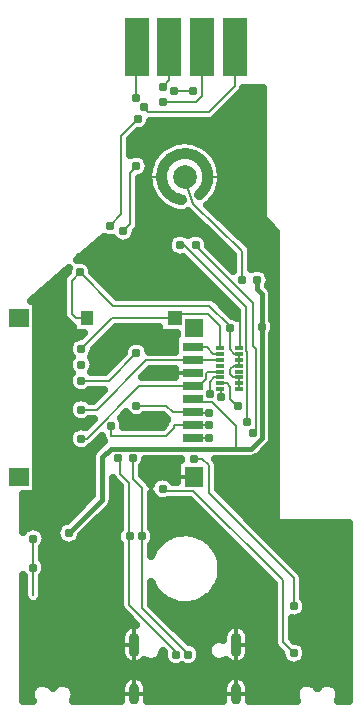
<source format=gbr>
G04 DipTrace 5.1.0.3*
G04 2 - Bottom.gbr*
%MOIN*%
G04 #@! TF.FileFunction,Copper,L2,Bot*
G04 #@! TF.Part,Single*
G04 #@! TA.AperFunction,Conductor*
%ADD15C,0.007874*%
%ADD16C,0.015748*%
G04 #@! TA.AperFunction,CopperBalancing*
%ADD17C,0.025*%
%ADD18C,0.012992*%
G04 #@! TA.AperFunction,Nonconductor*
%ADD21C,0.035433*%
G04 #@! TA.AperFunction,ComponentPad*
%ADD28O,0.035433X0.070866*%
%ADD29O,0.035433X0.082677*%
%ADD30R,0.066929X0.029528*%
%ADD31R,0.059055X0.066929*%
%ADD32R,0.051181X0.051181*%
%ADD33R,0.03937X0.051181*%
%ADD34R,0.059055X0.062992*%
%ADD35R,0.066929X0.059055*%
%ADD36R,0.07874X0.19685*%
%ADD37R,0.027559X0.011811*%
%ADD41C,0.07874*%
%ADD42C,0.027559*%
G04 #@! TA.AperFunction,ViaPad*
%ADD47C,0.031*%
%FSLAX26Y26*%
G04*
G70*
G90*
G75*
G01*
G04 Bottom*
%LPD*%
X906201Y2424950D2*
D15*
X1018701D1*
X1037470Y2443719D1*
Y2608682D1*
X818701Y2437450D2*
Y2608024D1*
X819360Y2608682D1*
X943701Y2462450D2*
X1006201D1*
X1271808Y1831199D2*
Y1959343D1*
X1173671Y2057480D1*
Y2174344D1*
Y2362844D1*
X1117654D1*
X631201Y1906199D2*
X681201D1*
X721702Y1865698D1*
X821949D1*
X856201Y1899950D1*
Y2174692D1*
Y2331201D1*
X887844Y2362844D1*
X1117654D1*
X811262Y615748D2*
Y529756D1*
Y525344D1*
Y451181D1*
X1151420Y615748D2*
Y525344D1*
Y521776D1*
Y451181D1*
X460604Y565957D2*
X631201D1*
X673235D1*
X709436Y529756D1*
X811262D1*
Y525344D2*
X1151420D1*
Y521776D2*
X1365526D1*
X1387450Y543699D1*
Y908182D1*
X1271530Y1024102D1*
X631201Y899950D2*
Y565957D1*
X903530Y2174692D2*
X856201D1*
X1056386Y2174344D2*
X1173671D1*
X631201Y1906199D2*
X767535Y1769865D1*
X1087751D1*
X1164192Y1693424D1*
Y1608613D1*
X1160211Y1604633D1*
X1007077Y1519556D2*
X852840D1*
X852552Y1519844D1*
X910335Y1232262D2*
Y1197105D1*
X930512Y1176928D1*
X1007186D1*
X1011014Y1173100D1*
X906398Y1135580D2*
Y1128862D1*
X1008539D1*
X1306201Y831201D1*
Y624950D1*
X1343701Y587450D1*
X1097224Y1466835D2*
X1101005D1*
Y1445433D1*
X1100109Y1444537D1*
Y1442549D1*
X1060252Y1347749D2*
X1008499D1*
X1007077Y1346328D1*
X943597D1*
Y1337346D1*
X918701Y1312450D1*
X733766D1*
Y1346092D1*
X1097223Y1506205D2*
X1078829D1*
X1065056Y1492432D1*
Y1451719D1*
X1063878Y1450541D1*
X1062450Y1387450D2*
X1030672D1*
X1027701Y1390421D1*
X1007864D1*
X1007077Y1389635D1*
X941516D1*
X918701Y1412450D1*
X818701D1*
X634744Y1495282D2*
X726533D1*
X818701Y1587450D1*
X474951Y968699D2*
X474768D1*
Y780362D1*
X473735Y781395D1*
Y872407D1*
X1097220Y1565260D2*
X1009474D1*
X1007077Y1562864D1*
X851783D1*
X687845Y1398925D1*
X655409D1*
X655319Y1399016D1*
X634744D1*
X1010236Y1234290D2*
X1039178D1*
X1060017Y1213451D1*
Y1121134D1*
X1343701Y837450D1*
Y743699D1*
X1097222Y1525890D2*
X1057739D1*
X1052364Y1520514D1*
Y1501749D1*
X1037243Y1486629D1*
X1017457D1*
X1007077Y1476249D1*
X634744Y1302059D2*
X653659D1*
X827849Y1476249D1*
X1007077D1*
X964573Y1947190D2*
X978357D1*
X1184273Y1741274D1*
Y1596000D1*
X1187450Y1592823D1*
Y1356199D1*
X1015979Y1947217D2*
Y1944167D1*
X1206201Y1753945D1*
Y1612450D1*
X1218701Y1599950D1*
Y1333453D1*
X1206937Y1321689D1*
X1097219Y1604630D2*
Y1677177D1*
X1056615Y1717781D1*
X959239D1*
X946054Y1704596D1*
X737828D1*
X634744Y1601512D1*
X774950Y1993701D2*
X798902Y2017652D1*
Y2189421D1*
X818077Y2208597D1*
Y2210358D1*
X731201Y2012450D2*
X768701Y2049950D1*
Y2312449D1*
X824951Y2368699D1*
X980360Y2174521D2*
X987450D1*
Y2143167D1*
X1008088Y2083919D1*
X1171424Y1928478D1*
Y1831047D1*
X843701Y2406199D2*
X858298Y2391602D1*
X1060353D1*
X1146525Y2477774D1*
Y2608682D1*
X928415D2*
Y2497164D1*
X906201Y2474950D1*
X1097220Y1584945D2*
X1075829D1*
X1054526Y1606248D1*
X1007155D1*
X1007077Y1606171D1*
X1097223Y1486520D2*
X1119631D1*
X1131201Y1474950D1*
Y1434950D1*
X1153701Y1412450D1*
X1156201D1*
X1059521Y1303601D2*
X1007657D1*
X1007077Y1303021D1*
X990949Y582627D2*
Y583951D1*
X838115Y736785D1*
Y976810D1*
Y1136785D1*
X806201Y1168699D1*
Y1237450D1*
X837144Y976810D2*
X838115D1*
X950917Y582626D2*
Y592734D1*
X795479Y748172D1*
Y976112D1*
Y1155362D1*
X765466Y1185375D1*
Y1237450D1*
X756201D1*
X795915Y976112D2*
X795479D1*
X1221188Y1831199D2*
D16*
Y1801105D1*
X1237450Y1784843D1*
Y1674951D1*
X1160213Y1584948D2*
D15*
Y1565262D1*
X1160215Y1506207D2*
Y1486522D1*
X593701Y987450D2*
D16*
X705610Y1099360D1*
Y1241879D1*
X733169Y1269438D1*
X1149257D1*
X1202073D1*
X1237450Y1304815D1*
Y1674951D1*
X1007077Y1432942D2*
D15*
Y1422982D1*
X1070669D1*
X1149257Y1344394D1*
Y1269438D1*
X1160213Y1565262D2*
Y1545577D1*
X1160214D1*
X1142934D1*
X1131201Y1533844D1*
Y1517343D1*
X1142336Y1506207D1*
X1160215D1*
Y1486522D2*
Y1466837D1*
X1160217D1*
X1160213Y1584948D2*
X1145175D1*
X1130088Y1600034D1*
Y1671484D1*
X631161Y1856580D2*
Y1848657D1*
Y1856580D2*
X741930Y1745811D1*
X1061917D1*
X1130088Y1677640D1*
Y1671484D1*
X654715Y1704596D2*
X617636D1*
X603168Y1719064D1*
Y1828587D1*
X631161Y1856580D1*
D47*
X1237450Y1674951D3*
D3*
X943701Y2462450D3*
X1006201D3*
X906201Y2424950D3*
Y2474950D3*
X843701Y2406199D3*
X818701Y2437450D3*
X824951Y2368699D3*
X818077Y2210358D3*
X990949Y582627D3*
X950917Y582626D3*
X756201Y1237450D3*
X806201D3*
X964573Y1947190D3*
X1015979Y1947217D3*
X631161Y1856580D3*
X1063878Y1450541D3*
X774950Y1993701D3*
X731201Y2012450D3*
X631201Y1906199D3*
X1062450Y1387450D3*
X1100109Y1442549D3*
X1060252Y1347749D3*
X1059521Y1303601D3*
X1156201Y1412450D3*
X1130088Y1671484D3*
X634744Y1601512D3*
X1221188Y1831199D3*
X1271808D3*
X1117654Y2362844D3*
X1187450Y1356199D3*
X1206937Y1321689D3*
X795915Y976112D3*
X837144Y976810D3*
X593701Y987450D3*
X634744Y1399016D3*
Y1302059D3*
X631201Y899950D3*
X1010236Y1234290D3*
X1343701Y743699D3*
X1271530Y1024102D3*
X460604Y565957D3*
X818701Y1412450D3*
X733766Y1346092D3*
X634744Y1549004D3*
X1343701Y587450D3*
X906398Y1135580D3*
X634744Y1495282D3*
X473735Y872407D3*
X1171424Y1831047D3*
X818701Y1587450D3*
X474951Y968699D3*
X926093Y1649965D3*
X910335Y1367521D3*
X852552Y1519844D3*
X910335Y1232262D3*
X1160116Y2446636D2*
D17*
X1237847D1*
X1135248Y2421768D2*
X1237847D1*
X1110380Y2396899D2*
X1237847D1*
X1085513Y2372030D2*
X1237847D1*
X862833Y2347161D2*
X1237847D1*
X823271Y2322293D2*
X1237847D1*
X801059Y2297424D2*
X1237847D1*
X801059Y2272555D2*
X905003D1*
X1054581D2*
X1237847D1*
X838540Y2247686D2*
X880494D1*
X1079107D2*
X1237847D1*
X1093748Y2222818D2*
X1237847D1*
X1101284Y2197949D2*
X1237847D1*
X838647Y2173080D2*
X856290D1*
X1103257D2*
X1237847D1*
X831255Y2148211D2*
X859466D1*
X1100100D2*
X1237847D1*
X831255Y2123343D2*
X868168D1*
X1091416D2*
X1237847D1*
X831255Y2098474D2*
X883652D1*
X1075950D2*
X1237847D1*
X831255Y2073605D2*
X911965D1*
X1064736D2*
X1237847D1*
X831255Y2048736D2*
X999235D1*
X1090877D2*
X1237847D1*
X831255Y2023867D2*
X1025377D1*
X1117001D2*
X1251878D1*
X824724Y1998999D2*
X1051500D1*
X1143143D2*
X1276745D1*
X813959Y1974130D2*
X930606D1*
X1049969D2*
X1077642D1*
X1169266D2*
X1283133D1*
X684112Y1949261D2*
X920702D1*
X1059855D2*
X1103766D1*
X1195372D2*
X1283133D1*
X655853Y1924392D2*
X927485D1*
X1080489D2*
X1129907D1*
X1203787D2*
X1283133D1*
X627595Y1899524D2*
X981293D1*
X1105357D2*
X1139058D1*
X1203787D2*
X1283133D1*
X670943Y1874655D2*
X1006161D1*
X1203787D2*
X1283133D1*
X682695Y1849786D2*
X1031028D1*
X1260717D2*
X1283133D1*
X542836Y1824917D2*
X570814D1*
X707562D2*
X1055896D1*
X1264629D2*
X1283133D1*
X514577Y1800049D2*
X570814D1*
X732430D2*
X1080764D1*
X1270137D2*
X1283133D1*
X486319Y1775180D2*
X570814D1*
X1069831D2*
X1105632D1*
X488256Y1750311D2*
X570814D1*
X1102145D2*
X1130499D1*
X488256Y1725442D2*
X570814D1*
X1127013D2*
X1151904D1*
X488328Y1700573D2*
X577219D1*
X488328Y1675705D2*
X606608D1*
X488328Y1650836D2*
X639335D1*
X728806D2*
X953070D1*
X488328Y1625967D2*
X598803D1*
X703938D2*
X800957D1*
X836441D2*
X945193D1*
X488328Y1601098D2*
X590819D1*
X679070D2*
X777094D1*
X860321D2*
X945193D1*
X488328Y1576230D2*
X599431D1*
X670064D2*
X762740D1*
X488328Y1551361D2*
X590891D1*
X678604D2*
X737873D1*
X488328Y1526492D2*
X597476D1*
X672019D2*
X713005D1*
X860142D2*
X945193D1*
X488328Y1501623D2*
X591304D1*
X488328Y1476755D2*
X595197D1*
X488328Y1451886D2*
X696067D1*
X488328Y1427017D2*
X601710D1*
X488328Y1402148D2*
X590945D1*
X488328Y1377280D2*
X596973D1*
X773607D2*
X794318D1*
X843097D2*
X909148D1*
X488328Y1352411D2*
X659286D1*
X777214D2*
X911857D1*
X488328Y1327542D2*
X599593D1*
X488328Y1302673D2*
X590819D1*
X488328Y1277804D2*
X598660D1*
X673580D2*
X691241D1*
X1260735D2*
X1283133D1*
X488328Y1252936D2*
X671164D1*
X1235867D2*
X1283133D1*
X488328Y1228067D2*
X669316D1*
X849054D2*
X953070D1*
X1088563D2*
X1283133D1*
X488328Y1203198D2*
X669316D1*
X838558D2*
X953070D1*
X1092385D2*
X1283133D1*
X488256Y1178329D2*
X669316D1*
X841303D2*
X953070D1*
X1092385D2*
X1283133D1*
X488256Y1153461D2*
X669316D1*
X1092385D2*
X1283133D1*
X488256Y1128592D2*
X669316D1*
X741904D2*
X763117D1*
X1097283D2*
X1283133D1*
X443060Y1103723D2*
X659681D1*
X741904D2*
X763117D1*
X1122168D2*
X1283133D1*
X443060Y1078854D2*
X634813D1*
X734978D2*
X763117D1*
X870477D2*
X1013822D1*
X1147036D2*
X1283133D1*
X443060Y1053986D2*
X609945D1*
X710541D2*
X763117D1*
X870477D2*
X1038690D1*
X1171904D2*
X1283133D1*
X443060Y1029117D2*
X585060D1*
X685673D2*
X763117D1*
X870477D2*
X1063557D1*
X1196772D2*
X1283133D1*
X498717Y1004248D2*
X553338D1*
X660805D2*
X763009D1*
X870674D2*
X1088425D1*
X1221639D2*
X1525261D1*
X517484Y979379D2*
X550575D1*
X636835D2*
X752119D1*
X880991D2*
X929422D1*
X1032978D2*
X1113293D1*
X1246507D2*
X1525261D1*
X516372Y954510D2*
X566077D1*
X621315D2*
X758075D1*
X874550D2*
X893179D1*
X1069221D2*
X1138161D1*
X1271375D2*
X1525261D1*
X507131Y929642D2*
X763117D1*
X1088419D2*
X1163028D1*
X1296243D2*
X1525261D1*
X507131Y904773D2*
X763117D1*
X1099364D2*
X1187896D1*
X1321110D2*
X1525261D1*
X516982Y879904D2*
X763117D1*
X1104334D2*
X1212764D1*
X1345978D2*
X1525261D1*
X513842Y855035D2*
X763117D1*
X1104083D2*
X1237632D1*
X1370343D2*
X1525261D1*
X507131Y830167D2*
X763117D1*
X1098575D2*
X1262499D1*
X1376067D2*
X1525261D1*
X507131Y805298D2*
X763117D1*
X1086948D2*
X1273839D1*
X1376067D2*
X1525261D1*
X507131Y780429D2*
X763117D1*
X870477D2*
X895691D1*
X1066709D2*
X1273839D1*
X1376067D2*
X1525261D1*
X443060Y755560D2*
X455643D1*
X493908D2*
X763117D1*
X870477D2*
X935325D1*
X1027075D2*
X1273839D1*
X1385899D2*
X1525261D1*
X443060Y730692D2*
X768769D1*
X888939D2*
X1273839D1*
X1385522D2*
X1525261D1*
X443060Y705823D2*
X793098D1*
X913807D2*
X1273839D1*
X1362969D2*
X1525261D1*
X443060Y680954D2*
X795520D1*
X938675D2*
X1135685D1*
X1167167D2*
X1273839D1*
X1338568D2*
X1525261D1*
X443060Y656085D2*
X768446D1*
X963542D2*
X1108610D1*
X1194242D2*
X1273839D1*
X1338568D2*
X1525261D1*
X443060Y631217D2*
X765127D1*
X988410D2*
X1076386D1*
X1197561D2*
X1273839D1*
X1344668D2*
X1525261D1*
X443060Y606348D2*
X765127D1*
X1027416D2*
X1055286D1*
X1197561D2*
X1280334D1*
X1383064D2*
X1525261D1*
X443060Y581479D2*
X766436D1*
X1034862D2*
X1056757D1*
X1196251D2*
X1300214D1*
X1387191D2*
X1525261D1*
X443060Y556610D2*
X783392D1*
X839132D2*
X916181D1*
X1025694D2*
X1123556D1*
X1179278D2*
X1313545D1*
X1373860D2*
X1525261D1*
X443060Y531741D2*
X1525261D1*
X443060Y506873D2*
X787249D1*
X835274D2*
X1127413D1*
X1175421D2*
X1525261D1*
X443060Y482004D2*
X482252D1*
X530707D2*
X549176D1*
X597631D2*
X767136D1*
X855387D2*
X1107300D1*
X1195552D2*
X1364769D1*
X1413225D2*
X1431693D1*
X1480149D2*
X1525261D1*
X443060Y457135D2*
X465171D1*
X614712D2*
X765127D1*
X857397D2*
X1105273D1*
X1197561D2*
X1347688D1*
X1497230D2*
X1525261D1*
X443060Y432266D2*
X467862D1*
X612021D2*
X765145D1*
X857379D2*
X1105291D1*
X1197543D2*
X1350380D1*
X1494539D2*
X1525261D1*
X1195062Y636417D2*
Y592126D1*
X1194954Y589066D1*
X1194633Y586022D1*
X1194098Y583007D1*
X1193354Y580038D1*
X1192403Y577128D1*
X1191251Y574291D1*
X1189903Y571543D1*
X1188365Y568895D1*
X1186646Y566362D1*
X1184753Y563956D1*
X1182696Y561689D1*
X1180485Y559571D1*
X1178131Y557613D1*
X1175646Y555826D1*
X1173041Y554217D1*
X1170330Y552794D1*
X1167526Y551565D1*
X1164643Y550536D1*
X1161695Y549711D1*
X1158696Y549095D1*
X1155661Y548691D1*
X1152606Y548500D1*
X1149544Y548525D1*
X1146492Y548763D1*
X1143464Y549216D1*
X1140475Y549879D1*
X1137540Y550750D1*
X1134674Y551825D1*
X1131890Y553098D1*
X1129202Y554563D1*
X1126623Y556214D1*
X1124166Y558040D1*
X1121844Y560035D1*
X1119666Y562187D1*
X1117604Y564542D1*
X1117257Y564294D1*
X1109011Y559920D1*
X1099958Y557646D1*
X1090623Y557605D1*
X1081550Y559798D1*
X1073266Y564100D1*
X1066252Y570259D1*
X1060915Y577918D1*
X1057567Y586631D1*
X1056401Y595892D1*
X1057485Y605163D1*
X1060756Y613906D1*
X1066025Y621611D1*
X1072985Y627832D1*
X1081231Y632206D1*
X1090284Y634480D1*
X1099618Y634521D1*
X1107779Y632548D1*
X1107778Y639370D1*
X1107886Y642430D1*
X1108207Y645474D1*
X1108741Y648489D1*
X1109486Y651458D1*
X1110436Y654369D1*
X1111589Y657205D1*
X1112937Y659953D1*
X1114475Y662601D1*
X1116194Y665134D1*
X1118087Y667540D1*
X1120144Y669807D1*
X1122355Y671925D1*
X1124709Y673883D1*
X1127194Y675670D1*
X1129799Y677280D1*
X1132510Y678702D1*
X1135314Y679931D1*
X1138197Y680960D1*
X1141145Y681785D1*
X1144144Y682401D1*
X1147179Y682805D1*
X1150234Y682996D1*
X1153296Y682972D1*
X1156348Y682733D1*
X1159376Y682281D1*
X1162365Y681617D1*
X1165299Y680746D1*
X1168166Y679671D1*
X1170950Y678398D1*
X1173638Y676933D1*
X1176217Y675283D1*
X1178674Y673456D1*
X1180996Y671461D1*
X1183173Y669309D1*
X1185194Y667009D1*
X1187049Y664573D1*
X1188728Y662013D1*
X1190224Y659342D1*
X1191528Y656572D1*
X1192636Y653718D1*
X1193540Y650793D1*
X1194237Y647812D1*
X1194724Y644790D1*
X1194997Y641740D1*
X1195062Y639370D1*
Y636417D1*
X947688Y1506118D2*
Y1533002D1*
X864144Y1533001D1*
X837268Y1506116D1*
X947684Y1506112D1*
X947688Y1592732D2*
Y1646859D1*
X955555D1*
X955562Y1653084D1*
X894538Y1653080D1*
Y1674727D1*
X762837Y1674733D1*
X750197D1*
X676157Y1600693D1*
X675155Y1592401D1*
X672114Y1583637D1*
X667200Y1575769D1*
X666746Y1575313D1*
X667063Y1574918D1*
X672019Y1567076D1*
X675106Y1558329D1*
X676169Y1549004D1*
X675155Y1539893D1*
X672114Y1531129D1*
X668376Y1525144D1*
X714157D1*
X777281Y1588262D1*
X778290Y1596561D1*
X781331Y1605325D1*
X786245Y1613193D1*
X792787Y1619769D1*
X800629Y1624725D1*
X809376Y1627812D1*
X818591Y1628875D1*
X827812Y1627861D1*
X836576Y1624820D1*
X844443Y1619906D1*
X851020Y1613364D1*
X855976Y1605522D1*
X859063Y1596775D1*
X859529Y1592734D1*
X906343Y1592726D1*
X947690D1*
X709255Y1293323D2*
X681711Y1265779D1*
X678370Y1261888D1*
X673998Y1253840D1*
X671948Y1244906D1*
X671811Y1241855D1*
Y1113360D1*
X586509Y1028058D1*
X584376Y1027812D1*
X575629Y1024725D1*
X567787Y1019769D1*
X561245Y1013193D1*
X556331Y1005325D1*
X553290Y996561D1*
X552276Y987341D1*
X553339Y978125D1*
X556426Y969378D1*
X561382Y961536D1*
X567958Y954994D1*
X575826Y950080D1*
X584590Y947039D1*
X593810Y946025D1*
X603025Y947088D1*
X611773Y950175D1*
X619614Y955131D1*
X626156Y961708D1*
X631071Y969575D1*
X634112Y978339D1*
X634327Y980270D1*
X729492Y1075442D1*
X734538Y1081878D1*
X738169Y1090286D1*
X739409Y1099360D1*
Y1170793D1*
X742264Y1166578D1*
X744366Y1164243D1*
X765617Y1142991D1*
X765612Y1004018D1*
X763459Y1001854D1*
X758545Y993987D1*
X755504Y985223D1*
X754490Y976002D1*
X755553Y966787D1*
X758640Y958039D1*
X763596Y950198D1*
X765619Y948185D1*
X765617Y748172D1*
X765680Y746222D1*
X767670Y737290D1*
X772277Y729375D1*
X774381Y727038D1*
X819127Y682294D1*
X816190Y682733D1*
X813138Y682972D1*
X810077Y682996D1*
X807021Y682805D1*
X803987Y682401D1*
X800988Y681785D1*
X798039Y680960D1*
X795156Y679931D1*
X792352Y678702D1*
X789641Y677280D1*
X787037Y675670D1*
X784551Y673883D1*
X782198Y671925D1*
X779987Y669807D1*
X777930Y667540D1*
X776037Y665134D1*
X774317Y662601D1*
X772780Y659953D1*
X771431Y657205D1*
X770279Y654369D1*
X769328Y651458D1*
X768584Y648489D1*
X768050Y645474D1*
X767728Y642430D1*
X767621Y639370D1*
Y592126D1*
X767685Y589756D1*
X767959Y586706D1*
X768445Y583684D1*
X769142Y580703D1*
X770047Y577778D1*
X771154Y574924D1*
X772459Y572154D1*
X773954Y569483D1*
X775634Y566923D1*
X777488Y564487D1*
X779509Y562187D1*
X781686Y560035D1*
X784009Y558040D1*
X786465Y556214D1*
X789044Y554563D1*
X791732Y553098D1*
X794516Y551825D1*
X797383Y550750D1*
X800318Y549879D1*
X803307Y549216D1*
X806334Y548763D1*
X809387Y548525D1*
X812448Y548500D1*
X815504Y548691D1*
X818538Y549095D1*
X821537Y549711D1*
X824486Y550536D1*
X827369Y551565D1*
X830173Y552794D1*
X832884Y554217D1*
X835488Y555826D1*
X837974Y557613D1*
X840327Y559571D1*
X842538Y561689D1*
X844595Y563956D1*
X845138Y564599D1*
X845707Y564100D1*
X853991Y559798D1*
X863064Y557605D1*
X872399Y557646D1*
X881452Y559920D1*
X889698Y564294D1*
X896657Y570515D1*
X901926Y578220D1*
X905198Y586963D1*
X906267Y595152D1*
X910424Y590990D1*
X909492Y582517D1*
X910555Y573301D1*
X913642Y564554D1*
X918598Y556712D1*
X925175Y550170D1*
X933042Y545256D1*
X941806Y542215D1*
X951027Y541201D1*
X960242Y542264D1*
X968990Y545351D1*
X971130Y546471D1*
X973074Y545257D1*
X981838Y542217D1*
X991058Y541202D1*
X1000273Y542265D1*
X1009021Y545352D1*
X1016862Y550308D1*
X1023404Y556885D1*
X1028319Y564752D1*
X1031360Y573516D1*
X1032374Y582737D1*
X1031311Y591952D1*
X1028224Y600700D1*
X1023268Y608541D1*
X1016691Y615083D1*
X1008824Y619997D1*
X1000060Y623038D1*
X993135Y623997D1*
X867978Y749160D1*
X867980Y825752D1*
X870385Y819702D1*
X874407Y811461D1*
X879041Y803549D1*
X884260Y796009D1*
X890034Y788886D1*
X896331Y782219D1*
X903114Y776048D1*
X910344Y770408D1*
X917980Y765331D1*
X925978Y760845D1*
X934292Y756978D1*
X942875Y753750D1*
X951678Y751181D1*
X960649Y749285D1*
X969739Y748072D1*
X978894Y747551D1*
X988062Y747723D1*
X997191Y748589D1*
X1006228Y750142D1*
X1015122Y752374D1*
X1023822Y755273D1*
X1032277Y758821D1*
X1040440Y762998D1*
X1048264Y767781D1*
X1055704Y773142D1*
X1062716Y779050D1*
X1069262Y785472D1*
X1075304Y792370D1*
X1080806Y799706D1*
X1085738Y807437D1*
X1090071Y815518D1*
X1093781Y823904D1*
X1096846Y832547D1*
X1099248Y841396D1*
X1100974Y850402D1*
X1102014Y859513D1*
X1102362Y868690D1*
X1102016Y877839D1*
X1100978Y886950D1*
X1099254Y895957D1*
X1096854Y904807D1*
X1093791Y913450D1*
X1090084Y921837D1*
X1085753Y929919D1*
X1080823Y937651D1*
X1075322Y944988D1*
X1069282Y951888D1*
X1062738Y958311D1*
X1055726Y964221D1*
X1048288Y969583D1*
X1040465Y974368D1*
X1032303Y978548D1*
X1023849Y982098D1*
X1015150Y984998D1*
X1006256Y987233D1*
X997219Y988788D1*
X988090Y989656D1*
X978922Y989830D1*
X969767Y989311D1*
X960677Y988101D1*
X951705Y986207D1*
X942902Y983639D1*
X934318Y980414D1*
X926003Y976548D1*
X918004Y972065D1*
X910367Y966989D1*
X903136Y961351D1*
X896351Y955181D1*
X890053Y948516D1*
X884277Y941394D1*
X879056Y933856D1*
X874420Y925944D1*
X870396Y917705D1*
X867976Y911622D1*
X867984Y949442D1*
X869600Y951067D1*
X874515Y958935D1*
X877555Y967698D1*
X878569Y976919D1*
X877506Y986134D1*
X874420Y994882D1*
X869464Y1002723D1*
X867980Y1004199D1*
Y1120745D1*
X869122Y1117508D1*
X874078Y1109666D1*
X880655Y1103124D1*
X888523Y1098210D1*
X897286Y1095169D1*
X906507Y1094155D1*
X915722Y1095218D1*
X924470Y1098305D1*
X925565Y1098997D1*
X996170Y1099000D1*
X1276338Y818833D1*
Y624978D1*
X1276770Y619894D1*
X1279682Y611219D1*
X1285085Y603834D1*
X1302366Y586558D1*
X1303339Y578125D1*
X1306426Y569378D1*
X1311382Y561536D1*
X1317958Y554994D1*
X1325826Y550080D1*
X1334590Y547039D1*
X1343810Y546025D1*
X1353025Y547088D1*
X1361773Y550175D1*
X1369614Y555131D1*
X1376156Y561708D1*
X1381071Y569575D1*
X1384112Y578339D1*
X1385126Y587560D1*
X1384063Y596775D1*
X1380976Y605522D1*
X1376020Y613364D1*
X1369443Y619906D1*
X1361576Y624820D1*
X1352812Y627861D1*
X1344509Y628873D1*
X1336063Y637318D1*
X1336057Y703127D1*
X1343810Y702274D1*
X1353025Y703337D1*
X1361773Y706424D1*
X1369614Y711380D1*
X1376156Y717957D1*
X1381071Y725824D1*
X1384112Y734588D1*
X1385126Y743809D1*
X1384063Y753024D1*
X1380976Y761772D1*
X1376020Y769613D1*
X1373560Y772060D1*
X1373563Y837450D1*
X1373499Y839400D1*
X1371510Y848332D1*
X1366903Y856247D1*
X1364804Y858579D1*
X1089879Y1133501D1*
Y1213451D1*
X1089816Y1215402D1*
X1087826Y1224333D1*
X1083219Y1232249D1*
X1081119Y1234581D1*
X1080061Y1235639D1*
X1202048D1*
X1210167Y1236622D1*
X1218680Y1240000D1*
X1225973Y1245539D1*
X1261333Y1280898D1*
X1266378Y1287334D1*
X1270009Y1295741D1*
X1271249Y1304815D1*
X1271245Y1651352D1*
X1274820Y1657076D1*
X1277861Y1665840D1*
X1278875Y1674951D1*
X1278813Y1677225D1*
X1277270Y1686372D1*
X1273730Y1694947D1*
X1271249Y1698902D1*
Y1784843D1*
X1270860Y1789956D1*
X1268261Y1798738D1*
X1263393Y1806505D1*
X1261336Y1808756D1*
X1257872Y1812226D1*
X1258558Y1813324D1*
X1261598Y1822088D1*
X1262613Y1831309D1*
X1261550Y1840524D1*
X1258463Y1849272D1*
X1253507Y1857113D1*
X1246930Y1863655D1*
X1239063Y1868570D1*
X1230299Y1871610D1*
X1221078Y1872625D1*
X1211863Y1871562D1*
X1203115Y1868475D1*
X1201285Y1867318D1*
X1201286Y1928478D1*
X1201222Y1930428D1*
X1199233Y1939359D1*
X1194626Y1947275D1*
X1191999Y1950121D1*
X1054929Y2080562D1*
X1059492Y2084190D1*
X1069548Y2094078D1*
X1071608Y2096249D1*
X1074691Y2100153D1*
X1082782Y2111690D1*
X1086735Y2118588D1*
X1092602Y2131400D1*
X1095240Y2138900D1*
X1098689Y2152562D1*
X1099925Y2160417D1*
X1100842Y2174478D1*
X1100635Y2182426D1*
X1099005Y2196296D1*
X1097352Y2204180D1*
X1093193Y2217665D1*
X1090167Y2225017D1*
X1083643Y2237507D1*
X1079335Y2244190D1*
X1070657Y2255292D1*
X1065210Y2261084D1*
X1054664Y2270429D1*
X1048258Y2275139D1*
X1036194Y2282419D1*
X1029040Y2285890D1*
X1015857Y2290865D1*
X1008193Y2292983D1*
X994327Y2295487D1*
X986406Y2296182D1*
X972315Y2296133D1*
X964400Y2295381D1*
X950551Y2292780D1*
X942903Y2290606D1*
X929762Y2285544D1*
X923747Y2282681D1*
X916632Y2278343D1*
X910613Y2274653D1*
X904241Y2269897D1*
X893761Y2260478D1*
X888356Y2254646D1*
X879755Y2243485D1*
X875496Y2236771D1*
X869060Y2224236D1*
X866087Y2216861D1*
X862028Y2203368D1*
X860441Y2195577D1*
X858893Y2181571D1*
X858743Y2173622D1*
X859758Y2159567D1*
X861051Y2151722D1*
X864595Y2138084D1*
X867288Y2130603D1*
X873244Y2117833D1*
X877247Y2110963D1*
X885418Y2099483D1*
X890600Y2093452D1*
X900624Y2083729D1*
X906886Y2078661D1*
X918628Y2070835D1*
X925618Y2067046D1*
X938565Y2061484D1*
X946126Y2059024D1*
X959858Y2055901D1*
X968273Y2054832D1*
X977416Y2055530D1*
X986211Y2058124D1*
X990005Y2059904D1*
X1141562Y1915681D1*
X1141563Y1860814D1*
X1057179Y1945197D1*
X1057404Y1947326D1*
X1056341Y1956541D1*
X1053254Y1965289D1*
X1048298Y1973130D1*
X1041722Y1979672D1*
X1033854Y1984587D1*
X1025090Y1987627D1*
X1015870Y1988642D1*
X1006654Y1987579D1*
X997907Y1984492D1*
X990247Y1979689D1*
X982449Y1984560D1*
X973685Y1987601D1*
X964464Y1988615D1*
X955249Y1987552D1*
X946501Y1984465D1*
X938660Y1979509D1*
X932118Y1972933D1*
X927203Y1965065D1*
X924163Y1956302D1*
X923148Y1947081D1*
X924211Y1937866D1*
X927298Y1929118D1*
X932254Y1921277D1*
X938831Y1914735D1*
X946698Y1909820D1*
X955462Y1906779D1*
X964683Y1905765D1*
X973898Y1906828D1*
X975820Y1907506D1*
X1007320Y1875995D1*
X1154411Y1728907D1*
X1154409Y1704828D1*
X1147963Y1708854D1*
X1139199Y1711895D1*
X1137930Y1712035D1*
X1083033Y1766927D1*
X1081609Y1768261D1*
X1073887Y1773169D1*
X1065032Y1775509D1*
X1061894Y1775673D1*
X754300D1*
X672496Y1857472D1*
X671524Y1865905D1*
X668437Y1874652D1*
X663481Y1882494D1*
X656904Y1889036D1*
X649036Y1893950D1*
X640273Y1896991D1*
X631052Y1898005D1*
X622224Y1896987D1*
X711935Y1975949D1*
X713326Y1975080D1*
X722090Y1972039D1*
X731310Y1971025D1*
X739993Y1971961D1*
X742631Y1967787D1*
X749208Y1961245D1*
X757075Y1956331D1*
X765839Y1953290D1*
X775060Y1952276D1*
X784275Y1953339D1*
X793022Y1956426D1*
X800864Y1961382D1*
X807406Y1967958D1*
X812320Y1975826D1*
X815361Y1984590D1*
X816273Y1992784D1*
X820003Y1996522D1*
X823288Y2000417D1*
X827362Y2008610D1*
X828764Y2017652D1*
X828760Y2170475D1*
X836150Y2173083D1*
X843991Y2178039D1*
X850533Y2184616D1*
X855448Y2192483D1*
X858488Y2201247D1*
X859502Y2210468D1*
X858440Y2219683D1*
X855353Y2228431D1*
X850397Y2236272D1*
X843820Y2242814D1*
X835952Y2247728D1*
X827189Y2250769D1*
X817968Y2251783D1*
X808753Y2250720D1*
X800005Y2247633D1*
X798563Y2246903D1*
X798569Y2300085D1*
X825844Y2327365D1*
X834276Y2328337D1*
X843024Y2331424D1*
X850865Y2336380D1*
X857407Y2342957D1*
X862322Y2350824D1*
X865362Y2359588D1*
X865601Y2361733D1*
X885814Y2361740D1*
X1060326D1*
X1065410Y2362171D1*
X1074084Y2365084D1*
X1081469Y2370487D1*
X1167623Y2456640D1*
X1170911Y2460539D1*
X1174985Y2468732D1*
X1175701Y2471428D1*
X1240354Y2471491D1*
Y2052247D1*
X1240926Y2039323D1*
X1244015Y2034221D1*
X1285630Y1992614D1*
Y1042259D1*
X1285728Y1031653D1*
X1287865Y1026085D1*
X1292338Y1022140D1*
X1298130Y1020718D1*
X1527756Y1020709D1*
X1527751Y427608D1*
X1489204Y427602D1*
X1491431Y430997D1*
X1494572Y439664D1*
X1495630Y448822D1*
X1494547Y457977D1*
X1491383Y466636D1*
X1486306Y474332D1*
X1479592Y480649D1*
X1471602Y485248D1*
X1462767Y487880D1*
X1453563Y488403D1*
X1444487Y486790D1*
X1436027Y483128D1*
X1428639Y477613D1*
X1422723Y470543D1*
X1422307Y469890D1*
X1419377Y474332D1*
X1412663Y480649D1*
X1404673Y485248D1*
X1395838Y487880D1*
X1386634Y488403D1*
X1377558Y486790D1*
X1369098Y483128D1*
X1361710Y477613D1*
X1355794Y470543D1*
X1351668Y462299D1*
X1349554Y453325D1*
X1349566Y444107D1*
X1351704Y435139D1*
X1355399Y427608D1*
X1194659Y427607D1*
X1194954Y430405D1*
X1195062Y433465D1*
Y468898D1*
X1194997Y471268D1*
X1194724Y474317D1*
X1194237Y477340D1*
X1193540Y480321D1*
X1192636Y483246D1*
X1191528Y486100D1*
X1190224Y488869D1*
X1188728Y491541D1*
X1187049Y494101D1*
X1185194Y496536D1*
X1183173Y498836D1*
X1180996Y500989D1*
X1178674Y502983D1*
X1176217Y504810D1*
X1173638Y506460D1*
X1170950Y507925D1*
X1168166Y509199D1*
X1165300Y510273D1*
X1162365Y511145D1*
X1159376Y511808D1*
X1156348Y512260D1*
X1153296Y512499D1*
X1150234Y512523D1*
X1147179Y512333D1*
X1144144Y511929D1*
X1141145Y511313D1*
X1138197Y510488D1*
X1135314Y509459D1*
X1132510Y508230D1*
X1129799Y506807D1*
X1127194Y505198D1*
X1124709Y503410D1*
X1122355Y501453D1*
X1120144Y499335D1*
X1118087Y497067D1*
X1116194Y494661D1*
X1114475Y492128D1*
X1112937Y489481D1*
X1111589Y486732D1*
X1110436Y483896D1*
X1109486Y480986D1*
X1108741Y478016D1*
X1108207Y475002D1*
X1107886Y471957D1*
X1107778Y468898D1*
Y433465D1*
X1107843Y431094D1*
X1108175Y427608D1*
X854501Y427607D1*
X854797Y430405D1*
X854904Y433465D1*
Y468898D1*
X854840Y471268D1*
X854566Y474317D1*
X854080Y477340D1*
X853383Y480321D1*
X852478Y483246D1*
X851371Y486100D1*
X850066Y488869D1*
X848571Y491541D1*
X846891Y494101D1*
X845037Y496536D1*
X843016Y498836D1*
X840839Y500989D1*
X838516Y502983D1*
X836060Y504810D1*
X833481Y506460D1*
X830793Y507925D1*
X828009Y509199D1*
X825142Y510273D1*
X822207Y511145D1*
X819218Y511808D1*
X816190Y512260D1*
X813138Y512499D1*
X810077Y512523D1*
X807021Y512333D1*
X803987Y511929D1*
X800988Y511313D1*
X798039Y510488D1*
X795156Y509459D1*
X792352Y508230D1*
X789641Y506807D1*
X787037Y505198D1*
X784551Y503410D1*
X782198Y501453D1*
X779987Y499335D1*
X777930Y497067D1*
X776037Y494661D1*
X774317Y492128D1*
X772780Y489481D1*
X771431Y486732D1*
X770279Y483896D1*
X769328Y480986D1*
X768584Y478016D1*
X768050Y475002D1*
X767728Y471957D1*
X767621Y468898D1*
Y433465D1*
X767685Y431094D1*
X767959Y428045D1*
X768011Y427608D1*
X606684Y427602D1*
X608911Y430997D1*
X612052Y439664D1*
X613110Y448822D1*
X612028Y457977D1*
X608863Y466636D1*
X603787Y474332D1*
X597073Y480649D1*
X589083Y485248D1*
X580248Y487880D1*
X571044Y488403D1*
X561967Y486790D1*
X553507Y483128D1*
X546120Y477613D1*
X540203Y470543D1*
X539974Y470084D1*
X539787Y469890D1*
X536858Y474332D1*
X530144Y480649D1*
X522154Y485248D1*
X513318Y487880D1*
X504114Y488403D1*
X495038Y486790D1*
X486578Y483128D1*
X479191Y477613D1*
X473274Y470543D1*
X469148Y462299D1*
X467034Y453325D1*
X467046Y444107D1*
X469184Y435139D1*
X472980Y427606D1*
X440551D1*
X440549Y847864D1*
X441416Y846493D1*
X443876Y844046D1*
X443873Y781395D1*
X443936Y779445D1*
X445926Y770514D1*
X450533Y762598D1*
X452633Y760266D1*
X453584Y759315D1*
X458338Y755426D1*
X466660Y751621D1*
X475743Y750516D1*
X484735Y752212D1*
X492791Y756552D1*
X499154Y763127D1*
X503228Y771320D1*
X504630Y780362D1*
X504625Y845091D1*
X506191Y846664D1*
X511105Y854532D1*
X514146Y863296D1*
X515160Y872516D1*
X514097Y881731D1*
X511010Y890479D1*
X506054Y898320D1*
X504630Y900006D1*
X504628Y940163D1*
X507407Y942957D1*
X512322Y950824D1*
X515362Y959588D1*
X516376Y968809D1*
X515314Y978024D1*
X512227Y986772D1*
X507271Y994613D1*
X500694Y1001155D1*
X492826Y1006070D1*
X484063Y1009110D1*
X474842Y1010125D1*
X465627Y1009062D1*
X456879Y1005975D1*
X449038Y1001019D1*
X442496Y994442D1*
X440551Y991777D1*
X440554Y1117647D1*
X485759D1*
Y1191807D1*
X485827Y1196604D1*
Y1689608D1*
X485759Y1699879D1*
Y1760048D1*
X466638Y1760052D1*
X592547Y1870869D1*
X590751Y1865691D1*
X589850Y1857506D1*
X582052Y1849702D1*
X580718Y1848278D1*
X575810Y1840556D1*
X573470Y1831701D1*
X573306Y1828562D1*
Y1719064D1*
X573369Y1717114D1*
X575359Y1708183D1*
X579966Y1700267D1*
X582066Y1697935D1*
X596521Y1683480D1*
X597945Y1682146D1*
X605667Y1677237D1*
X609105Y1675983D1*
Y1653080D1*
X644081Y1653081D1*
X633852Y1642847D1*
X625419Y1641874D1*
X616672Y1638787D1*
X608830Y1633831D1*
X602288Y1627254D1*
X597374Y1619387D1*
X594333Y1610623D1*
X593319Y1601402D1*
X594382Y1592187D1*
X597469Y1583440D1*
X602425Y1575598D1*
X602727Y1575298D1*
X602742Y1575202D1*
X602288Y1574746D1*
X597374Y1566879D1*
X594333Y1558115D1*
X593319Y1548894D1*
X594382Y1539679D1*
X597469Y1530932D1*
X602425Y1523090D1*
X603291Y1522033D1*
X602288Y1521025D1*
X597374Y1513157D1*
X594333Y1504393D1*
X593319Y1495173D1*
X594382Y1485958D1*
X597469Y1477210D1*
X602425Y1469368D1*
X609002Y1462827D1*
X616869Y1457912D1*
X625633Y1454871D1*
X634854Y1453857D1*
X644069Y1454920D1*
X652816Y1458007D1*
X660658Y1462963D1*
X663447Y1465420D1*
X712104Y1465416D1*
X675477Y1428787D1*
X663191Y1428782D1*
X660487Y1431471D1*
X652619Y1436386D1*
X643855Y1439427D1*
X634635Y1440441D1*
X625419Y1439378D1*
X616672Y1436291D1*
X608830Y1431335D1*
X602288Y1424758D1*
X597374Y1416891D1*
X594333Y1408127D1*
X593319Y1398906D1*
X594382Y1389691D1*
X597469Y1380943D1*
X602425Y1373102D1*
X609002Y1366560D1*
X616869Y1361646D1*
X625633Y1358605D1*
X634854Y1357591D1*
X644069Y1358654D1*
X652816Y1361741D1*
X660658Y1366697D1*
X663015Y1369066D1*
X678430Y1369062D1*
X649786Y1340412D1*
X643855Y1342470D1*
X634635Y1343484D1*
X625419Y1342421D1*
X616672Y1339334D1*
X608830Y1334378D1*
X602288Y1327802D1*
X597374Y1319934D1*
X594333Y1311170D1*
X593319Y1301950D1*
X594382Y1292734D1*
X597469Y1283987D1*
X602425Y1276145D1*
X609002Y1269603D1*
X616869Y1264689D1*
X625633Y1261648D1*
X634854Y1260634D1*
X644069Y1261697D1*
X652816Y1264784D1*
X660658Y1269740D1*
X665571Y1274679D1*
X672442Y1278846D1*
X680350Y1286519D1*
X674845Y1281014D1*
X703993Y1310161D1*
X705962Y1301561D1*
X709255Y1293323D1*
X847061Y1382591D2*
X844614Y1380131D1*
X836773Y1375175D1*
X828025Y1372088D1*
X818810Y1371025D1*
X809590Y1372039D1*
X800826Y1375080D1*
X792958Y1379994D1*
X786382Y1386536D1*
X784054Y1390220D1*
X765969Y1372137D1*
X770897Y1364459D1*
X774053Y1355736D1*
X775189Y1346530D1*
X775192Y1346092D1*
X774771Y1342310D1*
X906331Y1342312D1*
X913952Y1349933D1*
X915137Y1355370D1*
X919217Y1363570D1*
X921824Y1367185D1*
X920400Y1368519D1*
X906329Y1382590D1*
X847418Y1382588D1*
X866483Y1146121D2*
X869027Y1153455D1*
X873942Y1161323D1*
X880484Y1167899D1*
X888325Y1172855D1*
X897073Y1175942D1*
X906288Y1177005D1*
X915509Y1175991D1*
X924273Y1172950D1*
X932140Y1168036D1*
X938717Y1161494D1*
X940464Y1158729D1*
X955562Y1158723D1*
Y1232489D1*
X968848D1*
X968811Y1234181D1*
X968971Y1235630D1*
X910553Y1235639D1*
X847585D1*
X846612Y1228339D1*
X843571Y1219575D1*
X838656Y1211708D1*
X836069Y1209106D1*
X836063Y1181068D1*
X859231Y1157901D1*
X864637Y1150507D1*
X866483Y1146121D1*
X1271244Y1698459D2*
X1273730Y1694947D1*
X1277270Y1686372D1*
X1278813Y1677225D1*
X1278875Y1674951D1*
X1277861Y1665840D1*
X1274820Y1657076D1*
X1271245Y1651352D1*
X811262Y512510D2*
D18*
Y451181D1*
X767589D2*
X854936D1*
X1151420Y512510D2*
Y451181D1*
X1107746D2*
X1195094D1*
X811262Y682983D2*
Y548514D1*
X767640Y615748D2*
X811262D1*
X1151420Y682983D2*
Y548514D1*
Y615748D2*
X1195043D1*
X1007077Y1519556D2*
X947723D1*
X1011014Y1173100D2*
X955536D1*
D28*
X811262Y451181D3*
X1151420D3*
D29*
X811262Y615748D3*
X1151420D3*
D30*
X1007077Y1303021D3*
Y1346328D3*
Y1389635D3*
Y1432942D3*
Y1476249D3*
Y1519556D3*
Y1562864D3*
Y1606171D3*
D31*
X1011014Y1173100D3*
D32*
X946054Y1704596D3*
D33*
X654715D3*
D34*
X1011014Y1671131D3*
D35*
X426369Y1704596D3*
Y1173100D3*
D36*
X1146525Y2608682D3*
X1037470D3*
X928415D3*
X819360D3*
D37*
X1160212Y1604632D3*
Y1584947D3*
X1160213Y1565262D3*
X1160214Y1545577D3*
Y1525892D3*
X1160215Y1506207D3*
X1160216Y1486522D3*
Y1466837D3*
X1097224Y1466835D3*
X1097223Y1486520D3*
Y1506205D3*
X1097222Y1525890D3*
X1097221Y1545575D3*
Y1565260D3*
X1097220Y1584945D3*
Y1604630D3*
D41*
X980360Y2174521D3*
D42*
X903530Y2174692D3*
X1056386Y2174344D3*
X969538Y2098455D2*
D21*
G02X1028894Y2115308I10250J76851D01*
G01*
M02*

</source>
